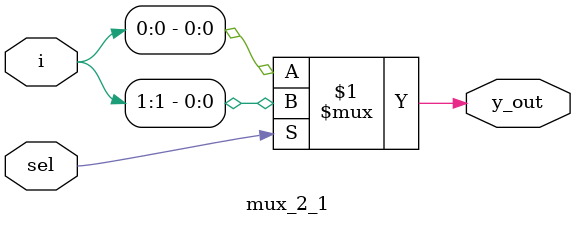
<source format=v>
`timescale 1ns / 1ps


module mux_2_1(
    input [1:0] i,
    input sel,
    output y_out    
    );
    
    assign y_out= sel ? i[1] : i[0];
    
endmodule

</source>
